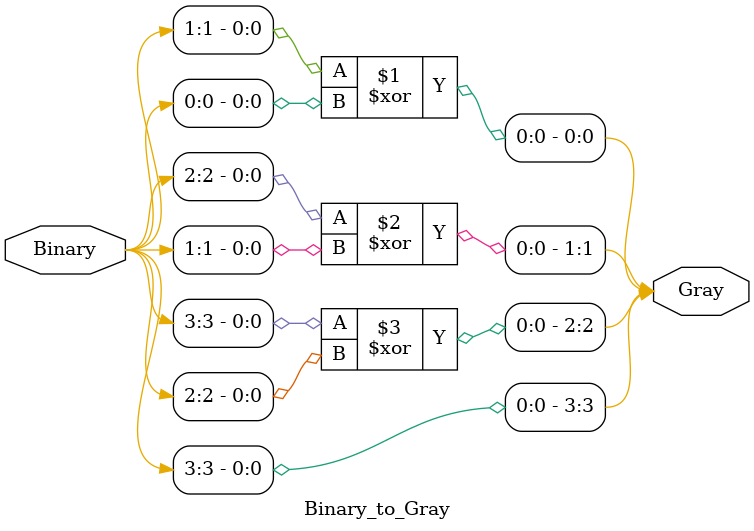
<source format=v>
`timescale 1ns / 1ps


module Binary_to_Gray(Binary,Gray);
    input [3:0]Binary;
    output [3:0]Gray;
    assign Gray[0]=Binary[1]^Binary[0];
    assign Gray[1]=Binary[2]^Binary[1];
    assign Gray[2]=Binary[3]^Binary[2];
    assign Gray[3]=Binary[3];
endmodule

</source>
